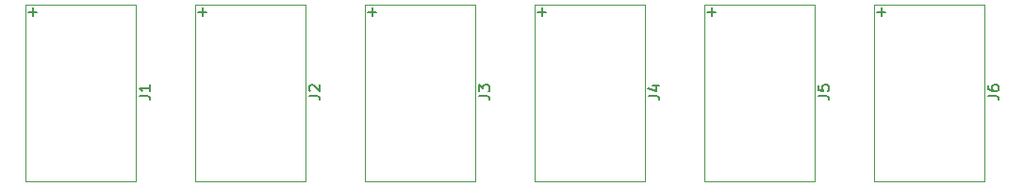
<source format=gbr>
%TF.GenerationSoftware,KiCad,Pcbnew,8.0.6*%
%TF.CreationDate,2024-11-19T18:22:25+00:00*%
%TF.ProjectId,PowerPole,506f7765-7250-46f6-9c65-2e6b69636164,rev?*%
%TF.SameCoordinates,Original*%
%TF.FileFunction,Legend,Top*%
%TF.FilePolarity,Positive*%
%FSLAX46Y46*%
G04 Gerber Fmt 4.6, Leading zero omitted, Abs format (unit mm)*
G04 Created by KiCad (PCBNEW 8.0.6) date 2024-11-19 18:22:25*
%MOMM*%
%LPD*%
G01*
G04 APERTURE LIST*
%ADD10C,0.150000*%
%ADD11C,0.120000*%
G04 APERTURE END LIST*
D10*
X111970319Y-34470333D02*
X112684604Y-34470333D01*
X112684604Y-34470333D02*
X112827461Y-34517952D01*
X112827461Y-34517952D02*
X112922700Y-34613190D01*
X112922700Y-34613190D02*
X112970319Y-34756047D01*
X112970319Y-34756047D02*
X112970319Y-34851285D01*
X111970319Y-33565571D02*
X111970319Y-33756047D01*
X111970319Y-33756047D02*
X112017938Y-33851285D01*
X112017938Y-33851285D02*
X112065557Y-33898904D01*
X112065557Y-33898904D02*
X112208414Y-33994142D01*
X112208414Y-33994142D02*
X112398890Y-34041761D01*
X112398890Y-34041761D02*
X112779842Y-34041761D01*
X112779842Y-34041761D02*
X112875080Y-33994142D01*
X112875080Y-33994142D02*
X112922700Y-33946523D01*
X112922700Y-33946523D02*
X112970319Y-33851285D01*
X112970319Y-33851285D02*
X112970319Y-33660809D01*
X112970319Y-33660809D02*
X112922700Y-33565571D01*
X112922700Y-33565571D02*
X112875080Y-33517952D01*
X112875080Y-33517952D02*
X112779842Y-33470333D01*
X112779842Y-33470333D02*
X112541747Y-33470333D01*
X112541747Y-33470333D02*
X112446509Y-33517952D01*
X112446509Y-33517952D02*
X112398890Y-33565571D01*
X112398890Y-33565571D02*
X112351271Y-33660809D01*
X112351271Y-33660809D02*
X112351271Y-33851285D01*
X112351271Y-33851285D02*
X112398890Y-33946523D01*
X112398890Y-33946523D02*
X112446509Y-33994142D01*
X112446509Y-33994142D02*
X112541747Y-34041761D01*
X102429366Y-27278951D02*
X102429366Y-26517047D01*
X102810319Y-26897999D02*
X102048414Y-26897999D01*
X96730319Y-34470333D02*
X97444604Y-34470333D01*
X97444604Y-34470333D02*
X97587461Y-34517952D01*
X97587461Y-34517952D02*
X97682700Y-34613190D01*
X97682700Y-34613190D02*
X97730319Y-34756047D01*
X97730319Y-34756047D02*
X97730319Y-34851285D01*
X96730319Y-33517952D02*
X96730319Y-33994142D01*
X96730319Y-33994142D02*
X97206509Y-34041761D01*
X97206509Y-34041761D02*
X97158890Y-33994142D01*
X97158890Y-33994142D02*
X97111271Y-33898904D01*
X97111271Y-33898904D02*
X97111271Y-33660809D01*
X97111271Y-33660809D02*
X97158890Y-33565571D01*
X97158890Y-33565571D02*
X97206509Y-33517952D01*
X97206509Y-33517952D02*
X97301747Y-33470333D01*
X97301747Y-33470333D02*
X97539842Y-33470333D01*
X97539842Y-33470333D02*
X97635080Y-33517952D01*
X97635080Y-33517952D02*
X97682700Y-33565571D01*
X97682700Y-33565571D02*
X97730319Y-33660809D01*
X97730319Y-33660809D02*
X97730319Y-33898904D01*
X97730319Y-33898904D02*
X97682700Y-33994142D01*
X97682700Y-33994142D02*
X97635080Y-34041761D01*
X87189366Y-27278951D02*
X87189366Y-26517047D01*
X87570319Y-26897999D02*
X86808414Y-26897999D01*
X81490319Y-34470333D02*
X82204604Y-34470333D01*
X82204604Y-34470333D02*
X82347461Y-34517952D01*
X82347461Y-34517952D02*
X82442700Y-34613190D01*
X82442700Y-34613190D02*
X82490319Y-34756047D01*
X82490319Y-34756047D02*
X82490319Y-34851285D01*
X81823652Y-33565571D02*
X82490319Y-33565571D01*
X81442700Y-33803666D02*
X82156985Y-34041761D01*
X82156985Y-34041761D02*
X82156985Y-33422714D01*
X71949366Y-27278951D02*
X71949366Y-26517047D01*
X72330319Y-26897999D02*
X71568414Y-26897999D01*
X66250319Y-34470333D02*
X66964604Y-34470333D01*
X66964604Y-34470333D02*
X67107461Y-34517952D01*
X67107461Y-34517952D02*
X67202700Y-34613190D01*
X67202700Y-34613190D02*
X67250319Y-34756047D01*
X67250319Y-34756047D02*
X67250319Y-34851285D01*
X66250319Y-34089380D02*
X66250319Y-33470333D01*
X66250319Y-33470333D02*
X66631271Y-33803666D01*
X66631271Y-33803666D02*
X66631271Y-33660809D01*
X66631271Y-33660809D02*
X66678890Y-33565571D01*
X66678890Y-33565571D02*
X66726509Y-33517952D01*
X66726509Y-33517952D02*
X66821747Y-33470333D01*
X66821747Y-33470333D02*
X67059842Y-33470333D01*
X67059842Y-33470333D02*
X67155080Y-33517952D01*
X67155080Y-33517952D02*
X67202700Y-33565571D01*
X67202700Y-33565571D02*
X67250319Y-33660809D01*
X67250319Y-33660809D02*
X67250319Y-33946523D01*
X67250319Y-33946523D02*
X67202700Y-34041761D01*
X67202700Y-34041761D02*
X67155080Y-34089380D01*
X56709366Y-27278951D02*
X56709366Y-26517047D01*
X57090319Y-26897999D02*
X56328414Y-26897999D01*
X51010319Y-34470333D02*
X51724604Y-34470333D01*
X51724604Y-34470333D02*
X51867461Y-34517952D01*
X51867461Y-34517952D02*
X51962700Y-34613190D01*
X51962700Y-34613190D02*
X52010319Y-34756047D01*
X52010319Y-34756047D02*
X52010319Y-34851285D01*
X51105557Y-34041761D02*
X51057938Y-33994142D01*
X51057938Y-33994142D02*
X51010319Y-33898904D01*
X51010319Y-33898904D02*
X51010319Y-33660809D01*
X51010319Y-33660809D02*
X51057938Y-33565571D01*
X51057938Y-33565571D02*
X51105557Y-33517952D01*
X51105557Y-33517952D02*
X51200795Y-33470333D01*
X51200795Y-33470333D02*
X51296033Y-33470333D01*
X51296033Y-33470333D02*
X51438890Y-33517952D01*
X51438890Y-33517952D02*
X52010319Y-34089380D01*
X52010319Y-34089380D02*
X52010319Y-33470333D01*
X41469366Y-27278951D02*
X41469366Y-26517047D01*
X41850319Y-26897999D02*
X41088414Y-26897999D01*
X35770319Y-34470333D02*
X36484604Y-34470333D01*
X36484604Y-34470333D02*
X36627461Y-34517952D01*
X36627461Y-34517952D02*
X36722700Y-34613190D01*
X36722700Y-34613190D02*
X36770319Y-34756047D01*
X36770319Y-34756047D02*
X36770319Y-34851285D01*
X36770319Y-33470333D02*
X36770319Y-34041761D01*
X36770319Y-33756047D02*
X35770319Y-33756047D01*
X35770319Y-33756047D02*
X35913176Y-33851285D01*
X35913176Y-33851285D02*
X36008414Y-33946523D01*
X36008414Y-33946523D02*
X36056033Y-34041761D01*
X26229366Y-27278951D02*
X26229366Y-26517047D01*
X26610319Y-26897999D02*
X25848414Y-26897999D01*
D11*
%TO.C,J6*%
X111639500Y-26250000D02*
X101720500Y-26250000D01*
X111639500Y-26250000D02*
X111639500Y-42100000D01*
X101720500Y-26250000D02*
X101720500Y-42138000D01*
X111639500Y-42138000D02*
X101720500Y-42138000D01*
%TO.C,J5*%
X96399500Y-26250000D02*
X86480500Y-26250000D01*
X96399500Y-26250000D02*
X96399500Y-42100000D01*
X86480500Y-26250000D02*
X86480500Y-42138000D01*
X96399500Y-42138000D02*
X86480500Y-42138000D01*
%TO.C,J4*%
X81159500Y-26250000D02*
X71240500Y-26250000D01*
X81159500Y-26250000D02*
X81159500Y-42100000D01*
X71240500Y-26250000D02*
X71240500Y-42138000D01*
X81159500Y-42138000D02*
X71240500Y-42138000D01*
%TO.C,J3*%
X65919500Y-26250000D02*
X56000500Y-26250000D01*
X65919500Y-26250000D02*
X65919500Y-42100000D01*
X56000500Y-26250000D02*
X56000500Y-42138000D01*
X65919500Y-42138000D02*
X56000500Y-42138000D01*
%TO.C,J2*%
X50679500Y-26250000D02*
X40760500Y-26250000D01*
X50679500Y-26250000D02*
X50679500Y-42100000D01*
X40760500Y-26250000D02*
X40760500Y-42138000D01*
X50679500Y-42138000D02*
X40760500Y-42138000D01*
%TO.C,J1*%
X35439500Y-42138000D02*
X25520500Y-42138000D01*
X25520500Y-26250000D02*
X25520500Y-42138000D01*
X35439500Y-26250000D02*
X35439500Y-42100000D01*
X35439500Y-26250000D02*
X25520500Y-26250000D01*
%TD*%
M02*

</source>
